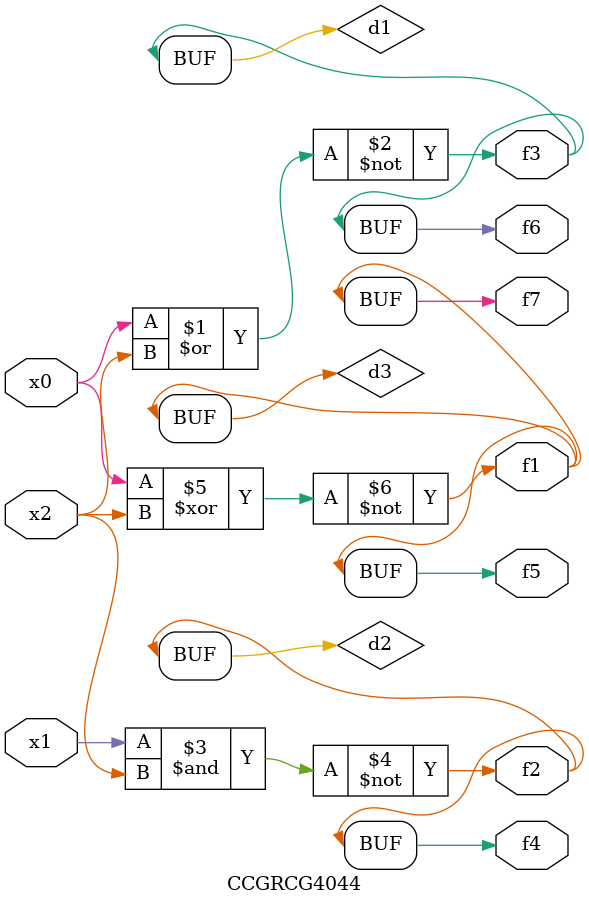
<source format=v>
module CCGRCG4044(
	input x0, x1, x2,
	output f1, f2, f3, f4, f5, f6, f7
);

	wire d1, d2, d3;

	nor (d1, x0, x2);
	nand (d2, x1, x2);
	xnor (d3, x0, x2);
	assign f1 = d3;
	assign f2 = d2;
	assign f3 = d1;
	assign f4 = d2;
	assign f5 = d3;
	assign f6 = d1;
	assign f7 = d3;
endmodule

</source>
